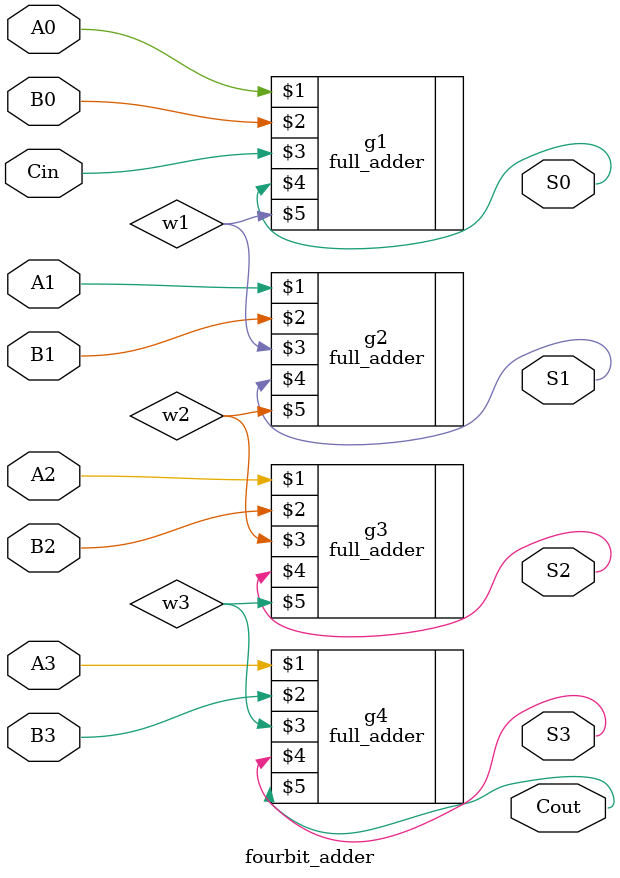
<source format=v>
`timescale 1ns / 1ps
module fourbit_adder(
    input A0,A1,A2,A3,
    input B0,B1,B2,B3,
    input Cin,
    output S0,S1,S2,S3,
    output Cout
    );
wire w1,w2,w3;
full_adder g1(A0,B0,Cin,S0,w1);
full_adder g2(A1,B1,w1,S1,w2);
full_adder g3(A2,B2,w2,S2,w3);
full_adder g4(A3,B3,w3,S3,Cout);

endmodule

</source>
